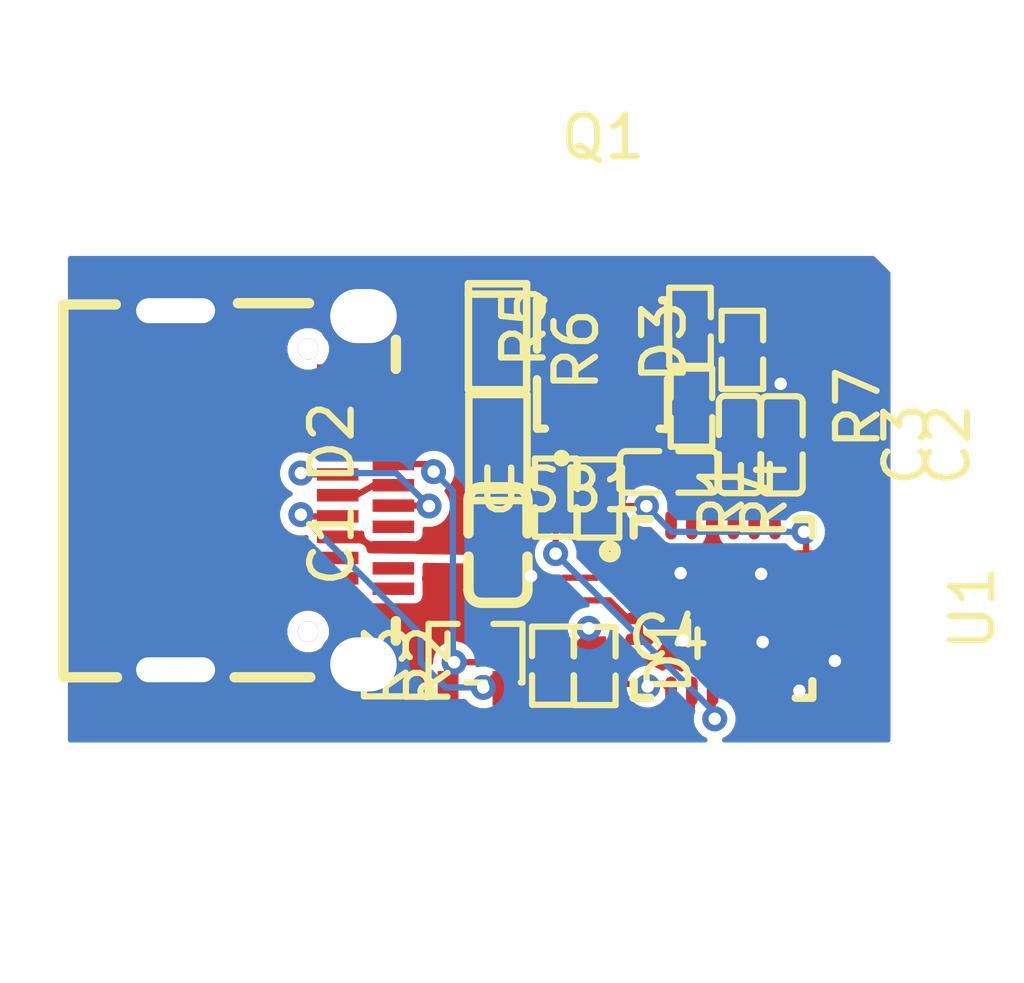
<source format=kicad_pcb>
(kicad_pcb (version 20241229) (generator "pcbnew") (generator_version "9.0")
  (layers (0 "F.Cu" signal) (2 "B.Cu" signal) (13 "F.Paste" user) (15 "B.Paste" user) (5 "F.SilkS" user "F.Silkscreen") (7 "B.SilkS" user "B.Silkscreen") (1 "F.Mask" user) (3 "B.Mask" user) (25 "Edge.Cuts" user))
  (net 0 "")
  (net 1 "B3")
  (net 2 "A10")
  (net 3 "SSTXN1")
  (net 4 "VBUS")
  (net 5 "ATTACH")
  (net 6 "pd_controller.pd_controller.footprint.pins[18].net-net")
  (net 7 "pd_controller-hv")
  (net 8 "ALERT")
  (net 9 "gate")
  (net 10 "VBUS_EN_SNK")
  (net 11 "gnd")
  (net 12 "DP1")
  (net 13 "SSRXN1")
  (net 14 "GPIO")
  (net 15 "POWER_OK3")
  (net 16 "SSRXP1")
  (net 17 "pd_controller-hv-1")
  (net 18 "A_B_SIDE")
  (net 19 "DISCH")
  (net 20 "A7")
  (net 21 "pd_controller-net")
  (net 22 "SSTXP1")
  (net 23 "POWER_OK2")
  (net 24 "B2")
  (net 25 "VBUS_VS_DISCH")
  (net 26 "drain")
  (net 27 "B8")
  (net 28 "SBU1")
  (net 29 "A11")
  (net 30 "line-2")
  (net 31 "line-1")
  (net 32 "line-3")
  (net 33 "hv")
  (net 34 "line")
  (footprint "atopile:QFN-24_L4.0-W4.0-P0.50-BL-EP2.8-2a85a7" (layer "F.Cu") (at 90.051506 74.33403 -90)
    (property "Reference" "U1" (hide yes))
    (property "Value" "")
    (fp_line (start -2.14 2.15) (end -2.14 1.75) (stroke (width 0.2)) (layer "F.SilkS"))
    (fp_line (start -1.74 2.15) (end -2.14 2.15) (stroke (width 0.2)) (layer "F.SilkS"))
    (fp_line (start 2.16 2.15) (end 1.76 2.15) (stroke (width 0.2)) (layer "F.SilkS"))
    (fp_line (start 2.16 1.75) (end 2.16 2.15) (stroke (width 0.2)) (layer "F.SilkS"))
    (fp_line (start -2.14 -1.75) (end -2.14 -2.15) (stroke (width 0.2)) (layer "F.SilkS"))
    (fp_line (start 2.16 -1.75) (end 2.16 -2.15) (stroke (width 0.2)) (layer "F.SilkS"))
    (fp_line (start -2.14 -2.15) (end -1.74 -2.15) (stroke (width 0.2)) (layer "F.SilkS"))
    (fp_line (start 2.16 -2.15) (end 1.76 -2.15) (stroke (width 0.2)) (layer "F.SilkS"))
    (fp_text user "${REFERENCE}" (at 0 -6 90) (layer "F.SilkS"))
    (pad "1" smd oval (at -1.25 2 90) (size 0.28 0.7) (layers "F.Cu" "F.Mask" "F.Paste") (net 32 "line-3"))
    (pad "2" smd oval (at -0.75 2 90) (size 0.28 0.7) (layers "F.Cu" "F.Mask" "F.Paste") (net 32 "line-3"))
    (pad "3" smd oval (at -0.25 2 90) (size 0.28 0.7) (layers "F.Cu" "F.Mask" "F.Paste") (net 6 "pd_controller.pd_controller.footprint.pins[18].net-net"))
    (pad "4" smd oval (at 0.25 2 90) (size 0.28 0.7) (layers "F.Cu" "F.Mask" "F.Paste") (net 30 "line-2"))
    (pad "5" smd oval (at 0.75 2 90) (size 0.28 0.7) (layers "F.Cu" "F.Mask" "F.Paste") (net 30 "line-2"))
    (pad "6" smd oval (at 1.25 2 90) (size 0.28 0.7) (layers "F.Cu" "F.Mask" "F.Paste") (net 11 "gnd"))
    (pad "7" smd oval (at 2 1.25) (size 0.28 0.7) (layers "F.Cu" "F.Mask" "F.Paste") (net 34 "line"))
    (pad "8" smd oval (at 2 0.75) (size 0.28 0.7) (layers "F.Cu" "F.Mask" "F.Paste") (net 31 "line-1"))
    (pad "9" smd oval (at 2 0.25) (size 0.28 0.7) (layers "F.Cu" "F.Mask" "F.Paste") (net 19 "DISCH"))
    (pad "10" smd oval (at 2 -0.25) (size 0.28 0.7) (layers "F.Cu" "F.Mask" "F.Paste") (net 11 "gnd"))
    (pad "11" smd oval (at 2 -0.75) (size 0.28 0.7) (layers "F.Cu" "F.Mask" "F.Paste") (net 5 "ATTACH"))
    (pad "12" smd oval (at 2 -1.25) (size 0.28 0.7) (layers "F.Cu" "F.Mask" "F.Paste") (net 11 "gnd"))
    (pad "13" smd oval (at 1.25 -2 90) (size 0.28 0.7) (layers "F.Cu" "F.Mask" "F.Paste") (net 11 "gnd"))
    (pad "14" smd oval (at 0.75 -2 90) (size 0.28 0.7) (layers "F.Cu" "F.Mask" "F.Paste") (net 15 "POWER_OK3"))
    (pad "15" smd oval (at 0.25 -2 90) (size 0.28 0.7) (layers "F.Cu" "F.Mask" "F.Paste") (net 14 "GPIO"))
    (pad "16" smd oval (at -0.25 -2 90) (size 0.28 0.7) (layers "F.Cu" "F.Mask" "F.Paste") (net 10 "VBUS_EN_SNK"))
    (pad "17" smd oval (at -0.75 -2 90) (size 0.28 0.7) (layers "F.Cu" "F.Mask" "F.Paste") (net 18 "A_B_SIDE"))
    (pad "18" smd oval (at -1.25 -2 90) (size 0.28 0.7) (layers "F.Cu" "F.Mask" "F.Paste") (net 25 "VBUS_VS_DISCH"))
    (pad "19" smd oval (at -2 -1.25) (size 0.28 0.7) (layers "F.Cu" "F.Mask" "F.Paste") (net 8 "ALERT"))
    (pad "20" smd oval (at -2 -0.75) (size 0.28 0.7) (layers "F.Cu" "F.Mask" "F.Paste") (net 23 "POWER_OK2"))
    (pad "21" smd oval (at -2 -0.25) (size 0.28 0.7) (layers "F.Cu" "F.Mask" "F.Paste") (net 7 "pd_controller-hv"))
    (pad "22" smd oval (at -2 0.25) (size 0.28 0.7) (layers "F.Cu" "F.Mask" "F.Paste") (net 11 "gnd"))
    (pad "23" smd oval (at -2 0.75) (size 0.28 0.7) (layers "F.Cu" "F.Mask" "F.Paste") (net 17 "pd_controller-hv-1"))
    (pad "24" smd oval (at -2 1.25) (size 0.28 0.7) (layers "F.Cu" "F.Mask" "F.Paste") (net 4 "VBUS"))
    (pad "25" smd rect (at 0.01 0) (size 2.8 2.8) (layers "F.Cu" "F.Mask" "F.Paste") (net 11 "gnd"))
  )
  (footprint "atopile:C0603-bd72f6" (layer "F.Cu") (at 84.636812 72.818761 90)
    (property "Reference" "C1" (hide yes))
    (property "Value" "4.7µF ±10% 35V X5R")
    (fp_line (start 0.28 -0.71) (end 1.08 -0.71) (stroke (width 0.25)) (layer "F.SilkS"))
    (fp_line (start -0.28 -0.71) (end -1.08 -0.71) (stroke (width 0.25)) (layer "F.SilkS"))
    (fp_line (start 1.39 -0.4) (end 1.39 0.4) (stroke (width 0.25)) (layer "F.SilkS"))
    (fp_line (start -1.39 0.4) (end -1.39 -0.4) (stroke (width 0.25)) (layer "F.SilkS"))
    (fp_line (start 0.28 0.71) (end 1.08 0.71) (stroke (width 0.25)) (layer "F.SilkS"))
    (fp_line (start -0.28 0.71) (end -1.08 0.71) (stroke (width 0.25)) (layer "F.SilkS"))
    (fp_arc (start 1.08 -0.71) (mid 1.299203 -0.619203) (end 1.39 -0.4) (stroke (width 0.25)) (layer "F.SilkS"))
    (fp_arc (start -1.39 -0.4) (mid -1.299203 -0.619203) (end -1.08 -0.71) (stroke (width 0.25)) (layer "F.SilkS"))
    (fp_arc (start 1.39 0.4) (mid 1.299203 0.619203) (end 1.08 0.71) (stroke (width 0.25)) (layer "F.SilkS"))
    (fp_arc (start -1.08 0.71) (mid -1.299203 0.619203) (end -1.39 0.4) (stroke (width 0.25)) (layer "F.SilkS"))
    (fp_text user "${REFERENCE}" (at 0 -4 90) (layer "F.SilkS"))
    (pad "1" smd rect (at -0.7 0 90) (size 0.8 0.9) (layers "F.Cu" "F.Mask" "F.Paste") (net 11 "gnd"))
    (pad "2" smd rect (at 0.7 0 90) (size 0.8 0.9) (layers "F.Cu" "F.Mask" "F.Paste") (net 4 "VBUS"))
  )
  (footprint "atopile:DFN1610-2_L1.6-W1.0-P1.05-RD-57a24e" (layer "F.Cu") (at 84.625658 67.931604 -90)
    (property "Reference" "D3" (hide yes))
    (property "Value" "")
    (fp_line (start -1.4 0.7) (end 1.15 0.7) (stroke (width 0.18)) (layer "F.SilkS"))
    (fp_line (start -1.4 -0.7) (end -1.4 0.7) (stroke (width 0.18)) (layer "F.SilkS"))
    (fp_line (start -1.4 -0.7) (end 1.15 -0.7) (stroke (width 0.18)) (layer "F.SilkS"))
    (fp_line (start -1.15 -0.7) (end -1.15 0.7) (stroke (width 0.18)) (layer "F.SilkS"))
    (fp_line (start 1.15 -0.7) (end 1.15 0.7) (stroke (width 0.18)) (layer "F.SilkS"))
    (fp_text user "${REFERENCE}" (at 0 -4 90) (layer "F.SilkS"))
    (pad "1" smd rect (at -0.52 0) (size 0.9 0.6) (layers "F.Cu" "F.Mask" "F.Paste") (net 26 "drain"))
    (pad "2" smd rect (at 0.52 0) (size 0.9 0.6) (layers "F.Cu" "F.Mask" "F.Paste") (net 11 "gnd"))
  )
  (footprint "atopile:USB-C-SMD_TYC-324G-a50b79" (layer "F.Cu") (at 79.5 71.5 -90)
    (property "Reference" "USB1" (at 0 -6.62 0) (layer "F.SilkS"))
    (property "Value" "")
    (fp_line (start -4.47 5.32) (end 4.48 5.32) (stroke (width 0.25)) (layer "F.SilkS"))
    (fp_line (start -4.47 5.32) (end -4.47 4.06) (stroke (width 0.25)) (layer "F.SilkS"))
    (fp_line (start 4.48 5.32) (end 4.5 5.29) (stroke (width 0.25)) (layer "F.SilkS"))
    (fp_line (start 4.5 5.29) (end 4.5 4.03) (stroke (width 0.25)) (layer "F.SilkS"))
    (fp_line (start -4.5 -0.59) (end -4.5 1.12) (stroke (width 0.25)) (layer "F.SilkS"))
    (fp_line (start 4.5 -0.62) (end 4.5 1.2) (stroke (width 0.25)) (layer "F.SilkS"))
    (fp_line (start -2.92 -2.68) (end -3.62 -2.68) (stroke (width 0.25)) (layer "F.SilkS"))
    (fp_line (start 3.15 -2.68) (end 3.62 -2.68) (stroke (width 0.25)) (layer "F.SilkS"))
    (fp_text user "${REFERENCE}" (at 0 -6.62 0) (layer "F.SilkS"))
    (pad "" thru_hole circle (at -3.4 -0.57 270) (size 0.5 0.5) (drill 0.5) (layers "*.Cu" "*.Mask"))
    (pad "" thru_hole circle (at 3.4 -0.57 270) (size 0.5 0.5) (drill 0.5) (layers "*.Cu" "*.Mask"))
    (pad "1" thru_hole oval (at -4.19 -1.9 270) (size 1.8 2.2) (drill oval 1.300023 1.600022) (layers "*.Cu" "*.Mask") (net 11 "gnd"))
    (pad "2" thru_hole oval (at -4.32 2.62) (size 2.4 1.2) (drill oval 1.899996 0.599999) (layers "*.Cu" "*.Mask") (net 11 "gnd"))
    (pad "3" thru_hole oval (at 4.32 2.62) (size 2.4 1.2) (drill oval 1.899996 0.599999) (layers "*.Cu" "*.Mask") (net 11 "gnd"))
    (pad "4" thru_hole oval (at 4.19 -1.9 270) (size 1.8 2.2) (drill oval 1.300023 1.600022) (layers "*.Cu" "*.Mask") (net 11 "gnd"))
    (pad "A1" smd rect (at -2.62 -2.62 270) (size 0.3 1) (layers "F.Cu" "F.Mask" "F.Paste") (net 11 "gnd"))
    (pad "A2" smd rect (at -2.12 -2.62 270) (size 0.3 1) (layers "F.Cu" "F.Mask" "F.Paste") (net 22 "SSTXP1"))
    (pad "A3" smd rect (at -1.62 -2.62 270) (size 0.3 1) (layers "F.Cu" "F.Mask" "F.Paste") (net 3 "SSTXN1"))
    (pad "A4" smd rect (at -1.12 -2.62 270) (size 0.3 1) (layers "F.Cu" "F.Mask" "F.Paste") (net 4 "VBUS"))
    (pad "A5" smd rect (at -0.63 -2.62 270) (size 0.3 1) (layers "F.Cu" "F.Mask" "F.Paste") (net 32 "line-3"))
    (pad "A6" smd rect (at -0.12 -2.62 270) (size 0.3 1) (layers "F.Cu" "F.Mask" "F.Paste") (net 12 "DP1"))
    (pad "A7" smd rect (at 0.37 -2.62 270) (size 0.3 1) (layers "F.Cu" "F.Mask" "F.Paste") (net 20 "A7"))
    (pad "A8" smd rect (at 0.88 -2.62 270) (size 0.3 1) (layers "F.Cu" "F.Mask" "F.Paste") (net 28 "SBU1"))
    (pad "A9" smd rect (at 1.37 -2.62 270) (size 0.3 1) (layers "F.Cu" "F.Mask" "F.Paste") (net 4 "VBUS"))
    (pad "A10" smd rect (at 1.88 -2.62 270) (size 0.3 1) (layers "F.Cu" "F.Mask" "F.Paste") (net 2 "A10"))
    (pad "A11" smd rect (at 2.37 -2.62 270) (size 0.3 1) (layers "F.Cu" "F.Mask" "F.Paste") (net 29 "A11"))
    (pad "A12" smd rect (at 2.88 -2.62 270) (size 0.3 1) (layers "F.Cu" "F.Mask" "F.Paste") (net 11 "gnd"))
    (pad "B1" smd rect (at 2.63 -1.28 270) (size 0.3 1) (layers "F.Cu" "F.Mask" "F.Paste") (net 11 "gnd"))
    (pad "B2" smd rect (at 2.12 -1.28 270) (size 0.3 1) (layers "F.Cu" "F.Mask" "F.Paste") (net 24 "B2"))
    (pad "B3" smd rect (at 1.63 -1.28 270) (size 0.3 1) (layers "F.Cu" "F.Mask" "F.Paste") (net 1 "B3"))
    (pad "B4" smd rect (at 1.12 -1.28 270) (size 0.3 1) (layers "F.Cu" "F.Mask" "F.Paste") (net 4 "VBUS"))
    (pad "B5" smd rect (at 0.63 -1.28 270) (size 0.3 1) (layers "F.Cu" "F.Mask" "F.Paste") (net 30 "line-2"))
    (pad "B6" smd rect (at 0.12 -1.28 270) (size 0.3 1) (layers "F.Cu" "F.Mask" "F.Paste") (net 12 "DP1"))
    (pad "B7" smd rect (at -0.38 -1.28 270) (size 0.3 1) (layers "F.Cu" "F.Mask" "F.Paste") (net 20 "A7"))
    (pad "B8" smd rect (at -0.88 -1.28 270) (size 0.3 1) (layers "F.Cu" "F.Mask" "F.Paste") (net 27 "B8"))
    (pad "B9" smd rect (at -1.37 -1.28 270) (size 0.3 1) (layers "F.Cu" "F.Mask" "F.Paste") (net 4 "VBUS"))
    (pad "B10" smd rect (at -1.88 -1.28 270) (size 0.3 1) (layers "F.Cu" "F.Mask" "F.Paste") (net 13 "SSRXN1"))
    (pad "B11" smd rect (at -2.37 -1.28 270) (size 0.3 1) (layers "F.Cu" "F.Mask" "F.Paste") (net 16 "SSRXP1"))
    (pad "B12" smd rect (at -2.88 -1.28 270) (size 0.3 1) (layers "F.Cu" "F.Mask" "F.Paste") (net 11 "gnd"))
  )
  (footprint "atopile:R0402-56259e" (layer "F.Cu") (at 90.51692 68.122257 90)
    (property "Reference" "R6" (hide yes))
    (property "Value" "22kΩ ±1% 62.5mW")
    (fp_line (start 0.94 -0.5) (end 0.23 -0.5) (stroke (width 0.15)) (layer "F.SilkS"))
    (fp_line (start -0.94 -0.5) (end -0.23 -0.5) (stroke (width 0.15)) (layer "F.SilkS"))
    (fp_line (start 0.94 0.5) (end 0.94 -0.5) (stroke (width 0.15)) (layer "F.SilkS"))
    (fp_line (start 0.23 0.5) (end 0.94 0.5) (stroke (width 0.15)) (layer "F.SilkS"))
    (fp_line (start -0.23 0.5) (end -0.94 0.5) (stroke (width 0.15)) (layer "F.SilkS"))
    (fp_line (start -0.94 0.5) (end -0.94 -0.5) (stroke (width 0.15)) (layer "F.SilkS"))
    (fp_text user "${REFERENCE}" (at 0 -4 90) (layer "F.SilkS"))
    (pad "1" smd rect (at -0.43 0 90) (size 0.57 0.54) (layers "F.Cu" "F.Mask" "F.Paste") (net 9 "gate"))
    (pad "2" smd rect (at 0.43 0 90) (size 0.57 0.54) (layers "F.Cu" "F.Mask" "F.Paste") (net 10 "VBUS_EN_SNK"))
  )
  (footprint "atopile:R0402-56259e" (layer "F.Cu") (at 86.026831 71.677883 -90)
    (property "Reference" "R1" (hide yes))
    (property "Value" "1kΩ ±1% 62.5mW")
    (fp_line (start -0.94 0.5) (end -0.94 -0.5) (stroke (width 0.15)) (layer "F.SilkS"))
    (fp_line (start -0.23 0.5) (end -0.94 0.5) (stroke (width 0.15)) (layer "F.SilkS"))
    (fp_line (start 0.23 0.5) (end 0.94 0.5) (stroke (width 0.15)) (layer "F.SilkS"))
    (fp_line (start 0.94 0.5) (end 0.94 -0.5) (stroke (width 0.15)) (layer "F.SilkS"))
    (fp_line (start -0.94 -0.5) (end -0.23 -0.5) (stroke (width 0.15)) (layer "F.SilkS"))
    (fp_line (start 0.94 -0.5) (end 0.23 -0.5) (stroke (width 0.15)) (layer "F.SilkS"))
    (fp_text user "${REFERENCE}" (at 0 -4 90) (layer "F.SilkS"))
    (pad "1" smd rect (at -0.43 0 270) (size 0.57 0.54) (layers "F.Cu" "F.Mask" "F.Paste") (net 4 "VBUS"))
    (pad "2" smd rect (at 0.43 0 270) (size 0.57 0.54) (layers "F.Cu" "F.Mask" "F.Paste") (net 19 "DISCH"))
  )
  (footprint "atopile:C0402-b3ef17" (layer "F.Cu") (at 88.747064 71.058898 180)
    (property "Reference" "C4" (hide yes))
    (property "Value" "100nF ±10% 16V X7R")
    (fp_line (start 1.17 0.35) (end 1.17 -0.35) (stroke (width 0.15)) (layer "F.SilkS"))
    (fp_line (start 1.02 -0.5) (end 0.23 -0.5) (stroke (width 0.15)) (layer "F.SilkS"))
    (fp_line (start 0.23 0.5) (end 1.02 0.5) (stroke (width 0.15)) (layer "F.SilkS"))
    (fp_line (start -0.23 0.5) (end -1.02 0.5) (stroke (width 0.15)) (layer "F.SilkS"))
    (fp_line (start -1.02 -0.5) (end -0.23 -0.5) (stroke (width 0.15)) (layer "F.SilkS"))
    (fp_line (start -1.17 0.35) (end -1.17 -0.35) (stroke (width 0.15)) (layer "F.SilkS"))
    (fp_arc (start 1.17 0.35) (mid 1.126066 0.456066) (end 1.02 0.5) (stroke (width 0.15)) (layer "F.SilkS"))
    (fp_arc (start 1.02 -0.5) (mid 1.126066 -0.456066) (end 1.17 -0.35) (stroke (width 0.15)) (layer "F.SilkS"))
    (fp_arc (start -1.02 0.5) (mid -1.126066 0.456066) (end -1.17 0.35) (stroke (width 0.15)) (layer "F.SilkS"))
    (fp_arc (start -1.17 -0.35) (mid -1.126066 -0.456066) (end -1.02 -0.5) (stroke (width 0.15)) (layer "F.SilkS"))
    (fp_text user "${REFERENCE}" (at 0 -4 0) (layer "F.SilkS"))
    (pad "1" smd rect (at -0.55 0 180) (size 0.79 0.54) (layers "F.Cu" "F.Mask" "F.Paste") (net 21 "pd_controller-net"))
    (pad "2" smd rect (at 0.55 0 180) (size 0.79 0.54) (layers "F.Cu" "F.Mask" "F.Paste") (net 4 "VBUS"))
  )
  (footprint "atopile:R0402-56259e" (layer "F.Cu") (at 86.966374 75.729105 90)
    (property "Reference" "R2" (hide yes))
    (property "Value" "4.7kΩ ±1% 62.5mW")
    (fp_line (start 0.94 -0.5) (end 0.23 -0.5) (stroke (width 0.15)) (layer "F.SilkS"))
    (fp_line (start -0.94 -0.5) (end -0.23 -0.5) (stroke (width 0.15)) (layer "F.SilkS"))
    (fp_line (start 0.94 0.5) (end 0.94 -0.5) (stroke (width 0.15)) (layer "F.SilkS"))
    (fp_line (start 0.23 0.5) (end 0.94 0.5) (stroke (width 0.15)) (layer "F.SilkS"))
    (fp_line (start -0.23 0.5) (end -0.94 0.5) (stroke (width 0.15)) (layer "F.SilkS"))
    (fp_line (start -0.94 0.5) (end -0.94 -0.5) (stroke (width 0.15)) (layer "F.SilkS"))
    (fp_text user "${REFERENCE}" (at 0 -4 90) (layer "F.SilkS"))
    (pad "1" smd rect (at -0.43 0 90) (size 0.57 0.54) (layers "F.Cu" "F.Mask" "F.Paste") (net 34 "line"))
    (pad "2" smd rect (at 0.43 0 90) (size 0.57 0.54) (layers "F.Cu" "F.Mask" "F.Paste") (net 33 "hv"))
  )
  (footprint "atopile:R0402-56259e" (layer "F.Cu") (at 87.056394 71.699743 -90)
    (property "Reference" "R4" (hide yes))
    (property "Value" "1kΩ ±1% 62.5mW")
    (fp_line (start -0.94 0.5) (end -0.94 -0.5) (stroke (width 0.15)) (layer "F.SilkS"))
    (fp_line (start -0.23 0.5) (end -0.94 0.5) (stroke (width 0.15)) (layer "F.SilkS"))
    (fp_line (start 0.23 0.5) (end 0.94 0.5) (stroke (width 0.15)) (layer "F.SilkS"))
    (fp_line (start 0.94 0.5) (end 0.94 -0.5) (stroke (width 0.15)) (layer "F.SilkS"))
    (fp_line (start -0.94 -0.5) (end -0.23 -0.5) (stroke (width 0.15)) (layer "F.SilkS"))
    (fp_line (start 0.94 -0.5) (end 0.23 -0.5) (stroke (width 0.15)) (layer "F.SilkS"))
    (fp_text user "${REFERENCE}" (at 0 -4 90) (layer "F.SilkS"))
    (pad "1" smd rect (at -0.43 0 270) (size 0.57 0.54) (layers "F.Cu" "F.Mask" "F.Paste") (net 4 "VBUS"))
    (pad "2" smd rect (at 0.43 0 270) (size 0.57 0.54) (layers "F.Cu" "F.Mask" "F.Paste") (net 25 "VBUS_VS_DISCH"))
  )
  (footprint "atopile:DFN1610-2_L1.6-W1.0-P1.05-RD-57a24e" (layer "F.Cu") (at 84.635643 70.348828 90)
    (property "Reference" "D2" (hide yes))
    (property "Value" "")
    (fp_line (start 1.15 -0.7) (end 1.15 0.7) (stroke (width 0.18)) (layer "F.SilkS"))
    (fp_line (start -1.15 -0.7) (end -1.15 0.7) (stroke (width 0.18)) (layer "F.SilkS"))
    (fp_line (start -1.4 -0.7) (end 1.15 -0.7) (stroke (width 0.18)) (layer "F.SilkS"))
    (fp_line (start -1.4 -0.7) (end -1.4 0.7) (stroke (width 0.18)) (layer "F.SilkS"))
    (fp_line (start -1.4 0.7) (end 1.15 0.7) (stroke (width 0.18)) (layer "F.SilkS"))
    (fp_text user "${REFERENCE}" (at 0 -4 90) (layer "F.SilkS"))
    (pad "1" smd rect (at -0.52 0 180) (size 0.9 0.6) (layers "F.Cu" "F.Mask" "F.Paste") (net 4 "VBUS"))
    (pad "2" smd rect (at 0.52 0 180) (size 0.9 0.6) (layers "F.Cu" "F.Mask" "F.Paste") (net 11 "gnd"))
  )
  (footprint "atopile:C0402-b3ef17" (layer "F.Cu") (at 91.467675 70.408275 -90)
    (property "Reference" "C2" (hide yes))
    (property "Value" "1µF ±10% 25V X5R")
    (fp_line (start -0.23 0.5) (end -1.02 0.5) (stroke (width 0.15)) (layer "F.SilkS"))
    (fp_line (start 0.23 0.5) (end 1.02 0.5) (stroke (width 0.15)) (layer "F.SilkS"))
    (fp_line (start -1.17 0.35) (end -1.17 -0.35) (stroke (width 0.15)) (layer "F.SilkS"))
    (fp_line (start 1.17 0.35) (end 1.17 -0.35) (stroke (width 0.15)) (layer "F.SilkS"))
    (fp_line (start -1.02 -0.5) (end -0.23 -0.5) (stroke (width 0.15)) (layer "F.SilkS"))
    (fp_line (start 1.02 -0.5) (end 0.23 -0.5) (stroke (width 0.15)) (layer "F.SilkS"))
    (fp_arc (start -1.02 0.5) (mid -1.126066 0.456066) (end -1.17 0.35) (stroke (width 0.15)) (layer "F.SilkS"))
    (fp_arc (start 1.17 0.35) (mid 1.126066 0.456066) (end 1.02 0.5) (stroke (width 0.15)) (layer "F.SilkS"))
    (fp_arc (start -1.17 -0.35) (mid -1.126066 -0.456066) (end -1.02 -0.5) (stroke (width 0.15)) (layer "F.SilkS"))
    (fp_arc (start 1.02 -0.5) (mid 1.126066 -0.456066) (end 1.17 -0.35) (stroke (width 0.15)) (layer "F.SilkS"))
    (fp_text user "${REFERENCE}" (at 0 -4 90) (layer "F.SilkS"))
    (pad "1" smd rect (at -0.55 0 270) (size 0.79 0.54) (layers "F.Cu" "F.Mask" "F.Paste") (net 11 "gnd"))
    (pad "2" smd rect (at 0.55 0 270) (size 0.79 0.54) (layers "F.Cu" "F.Mask" "F.Paste") (net 7 "pd_controller-hv"))
  )
  (footprint "atopile:SOT-323-3_L2.1-W1.3-P1.32-LS2.1-BR-ee9edb" (layer "F.Cu") (at 84.096078 75.425976 -90)
    (property "Reference" "D1" (hide yes))
    (property "Value" "")
    (fp_line (start -0.71 1.13) (end -0.71 0.43) (stroke (width 0.15)) (layer "F.SilkS"))
    (fp_line (start 0.7 1.13) (end -0.71 1.13) (stroke (width 0.15)) (layer "F.SilkS"))
    (fp_line (start 0.7 1.09) (end 0.7 1.13) (stroke (width 0.15)) (layer "F.SilkS"))
    (fp_line (start 0.7 -0.23) (end 0.7 0.23) (stroke (width 0.15)) (layer "F.SilkS"))
    (fp_line (start -0.71 -0.43) (end -0.71 -0.9) (stroke (width 0.15)) (layer "F.SilkS"))
    (fp_line (start -0.71 -1.13) (end -0.71 -0.9) (stroke (width 0.15)) (layer "F.SilkS"))
    (fp_line (start 0.7 -1.13) (end 0.7 -1.09) (stroke (width 0.15)) (layer "F.SilkS"))
    (fp_line (start 0.7 -1.13) (end -0.71 -1.13) (stroke (width 0.15)) (layer "F.SilkS"))
    (fp_circle (center 0.91 1.18) (end 0.98 1.18) (stroke (width 0.15)) (fill no) (layer "F.SilkS"))
    (fp_text user "${REFERENCE}" (at 0 -4.66 90) (layer "F.SilkS"))
    (pad "1" smd rect (at 0.84 0.66) (size 0.5 0.83) (layers "F.Cu" "F.Mask" "F.Paste") (net 32 "line-3"))
    (pad "2" smd rect (at 0.84 -0.66) (size 0.5 0.83) (layers "F.Cu" "F.Mask" "F.Paste") (net 30 "line-2"))
    (pad "3" smd rect (at -0.84 0) (size 0.5 0.83) (layers "F.Cu" "F.Mask" "F.Paste") (net 11 "gnd"))
  )
  (footprint "atopile:R0402-56259e" (layer "F.Cu") (at 89.291131 69.511931 -90)
    (property "Reference" "R7" (hide yes))
    (property "Value" "100Ω ±1% 62.5mW")
    (fp_line (start -0.94 0.5) (end -0.94 -0.5) (stroke (width 0.15)) (layer "F.SilkS"))
    (fp_line (start -0.23 0.5) (end -0.94 0.5) (stroke (width 0.15)) (layer "F.SilkS"))
    (fp_line (start 0.23 0.5) (end 0.94 0.5) (stroke (width 0.15)) (layer "F.SilkS"))
    (fp_line (start 0.94 0.5) (end 0.94 -0.5) (stroke (width 0.15)) (layer "F.SilkS"))
    (fp_line (start -0.94 -0.5) (end -0.23 -0.5) (stroke (width 0.15)) (layer "F.SilkS"))
    (fp_line (start 0.94 -0.5) (end 0.23 -0.5) (stroke (width 0.15)) (layer "F.SilkS"))
    (fp_text user "${REFERENCE}" (at 0 -4 90) (layer "F.SilkS"))
    (pad "1" smd rect (at -0.43 0 270) (size 0.57 0.54) (layers "F.Cu" "F.Mask" "F.Paste") (net 9 "gate"))
    (pad "2" smd rect (at 0.43 0 270) (size 0.57 0.54) (layers "F.Cu" "F.Mask" "F.Paste") (net 21 "pd_controller-net"))
  )
  (footprint "atopile:PDFN3333-8_L3.1-W3.2-P0.65-LS3.4-BL-33e04e" (layer "F.Cu") (at 87.166468 68.538329)
    (property "Reference" "Q1" (hide yes))
    (property "Value" "")
    (fp_line (start -1.59 -1.61) (end -1.44 -1.61) (stroke (width 0.2)) (layer "F.SilkS"))
    (fp_line (start -1.59 -0.42) (end -1.59 -1.61) (stroke (width 0.2)) (layer "F.SilkS"))
    (fp_line (start -1.59 1.48) (end -1.59 0.29) (stroke (width 0.2)) (layer "F.SilkS"))
    (fp_line (start -1.59 1.48) (end -1.4 1.48) (stroke (width 0.2)) (layer "F.SilkS"))
    (fp_line (start 1.36 1.48) (end 1.56 1.49) (stroke (width 0.2)) (layer "F.SilkS"))
    (fp_line (start 1.42 -1.61) (end 1.56 -1.61) (stroke (width 0.2)) (layer "F.SilkS"))
    (fp_line (start 1.56 -1.61) (end 1.56 -0.42) (stroke (width 0.2)) (layer "F.SilkS"))
    (fp_line (start 1.56 0.29) (end 1.56 1.49) (stroke (width 0.2)) (layer "F.SilkS"))
    (fp_circle (center -1 2.19) (end -0.9 2.19) (stroke (width 0.2)) (fill no) (layer "F.SilkS"))
    (fp_text user "${REFERENCE}" (at 0 -5.53 0) (layer "F.SilkS"))
    (pad "1" smd rect (at -0.98 1.53 180) (size 0.4 0.75) (layers "F.Cu" "F.Mask" "F.Paste") (net 4 "VBUS"))
    (pad "2" smd rect (at -0.32 1.53 180) (size 0.4 0.75) (layers "F.Cu" "F.Mask" "F.Paste") (net 4 "VBUS"))
    (pad "3" smd rect (at 0.33 1.53 180) (size 0.4 0.75) (layers "F.Cu" "F.Mask" "F.Paste") (net 4 "VBUS"))
    (pad "4" smd rect (at 0.98 1.53 180) (size 0.4 0.75) (layers "F.Cu" "F.Mask" "F.Paste") (net 9 "gate"))
    (pad "5" smd rect (at 0.98 -1.53 180) (size 0.4 0.8) (layers "F.Cu" "F.Mask" "F.Paste") (net 26 "drain"))
    (pad "6" smd rect (at 0.33 -1.53 180) (size 0.4 0.8) (layers "F.Cu" "F.Mask" "F.Paste") (net 26 "drain"))
    (pad "7" smd rect (at -0.32 -1.53 180) (size 0.4 0.8) (layers "F.Cu" "F.Mask" "F.Paste") (net 26 "drain"))
    (pad "8" smd rect (at -0.98 -1.53 180) (size 0.4 0.8) (layers "F.Cu" "F.Mask" "F.Paste") (net 26 "drain"))
    (pad "9" smd rect (at 0 -0.33) (size 2.6 2) (layers "F.Cu" "F.Mask" "F.Paste") (net 26 "drain"))
  )
  (footprint "atopile:R0402-56259e" (layer "F.Cu") (at 89.256738 67.567864 90)
    (property "Reference" "R5" (hide yes))
    (property "Value" "100kΩ ±1% 62.5mW")
    (fp_line (start 0.94 -0.5) (end 0.23 -0.5) (stroke (width 0.15)) (layer "F.SilkS"))
    (fp_line (start -0.94 -0.5) (end -0.23 -0.5) (stroke (width 0.15)) (layer "F.SilkS"))
    (fp_line (start 0.94 0.5) (end 0.94 -0.5) (stroke (width 0.15)) (layer "F.SilkS"))
    (fp_line (start 0.23 0.5) (end 0.94 0.5) (stroke (width 0.15)) (layer "F.SilkS"))
    (fp_line (start -0.23 0.5) (end -0.94 0.5) (stroke (width 0.15)) (layer "F.SilkS"))
    (fp_line (start -0.94 0.5) (end -0.94 -0.5) (stroke (width 0.15)) (layer "F.SilkS"))
    (fp_text user "${REFERENCE}" (at 0 -4 90) (layer "F.SilkS"))
    (pad "1" smd rect (at -0.43 0 90) (size 0.57 0.54) (layers "F.Cu" "F.Mask" "F.Paste") (net 9 "gate"))
    (pad "2" smd rect (at 0.43 0 90) (size 0.57 0.54) (layers "F.Cu" "F.Mask" "F.Paste") (net 26 "drain"))
  )
  (footprint "atopile:R0402-56259e" (layer "F.Cu") (at 85.957017 75.721121 90)
    (property "Reference" "R3" (hide yes))
    (property "Value" "4.7kΩ ±1% 62.5mW")
    (fp_line (start 0.94 -0.5) (end 0.23 -0.5) (stroke (width 0.15)) (layer "F.SilkS"))
    (fp_line (start -0.94 -0.5) (end -0.23 -0.5) (stroke (width 0.15)) (layer "F.SilkS"))
    (fp_line (start 0.94 0.5) (end 0.94 -0.5) (stroke (width 0.15)) (layer "F.SilkS"))
    (fp_line (start 0.23 0.5) (end 0.94 0.5) (stroke (width 0.15)) (layer "F.SilkS"))
    (fp_line (start -0.23 0.5) (end -0.94 0.5) (stroke (width 0.15)) (layer "F.SilkS"))
    (fp_line (start -0.94 0.5) (end -0.94 -0.5) (stroke (width 0.15)) (layer "F.SilkS"))
    (fp_text user "${REFERENCE}" (at 0 -4 90) (layer "F.SilkS"))
    (pad "1" smd rect (at -0.43 0 90) (size 0.57 0.54) (layers "F.Cu" "F.Mask" "F.Paste") (net 31 "line-1"))
    (pad "2" smd rect (at 0.43 0 90) (size 0.57 0.54) (layers "F.Cu" "F.Mask" "F.Paste") (net 33 "hv"))
  )
  (footprint "atopile:C0402-b3ef17" (layer "F.Cu") (at 90.451917 70.400226 -90)
    (property "Reference" "C3" (hide yes))
    (property "Value" "1µF ±10% 25V X5R")
    (fp_line (start -0.23 0.5) (end -1.02 0.5) (stroke (width 0.15)) (layer "F.SilkS"))
    (fp_line (start 0.23 0.5) (end 1.02 0.5) (stroke (width 0.15)) (layer "F.SilkS"))
    (fp_line (start -1.17 0.35) (end -1.17 -0.35) (stroke (width 0.15)) (layer "F.SilkS"))
    (fp_line (start 1.17 0.35) (end 1.17 -0.35) (stroke (width 0.15)) (layer "F.SilkS"))
    (fp_line (start -1.02 -0.5) (end -0.23 -0.5) (stroke (width 0.15)) (layer "F.SilkS"))
    (fp_line (start 1.02 -0.5) (end 0.23 -0.5) (stroke (width 0.15)) (layer "F.SilkS"))
    (fp_arc (start -1.02 0.5) (mid -1.126066 0.456066) (end -1.17 0.35) (stroke (width 0.15)) (layer "F.SilkS"))
    (fp_arc (start 1.17 0.35) (mid 1.126066 0.456066) (end 1.02 0.5) (stroke (width 0.15)) (layer "F.SilkS"))
    (fp_arc (start -1.17 -0.35) (mid -1.126066 -0.456066) (end -1.02 -0.5) (stroke (width 0.15)) (layer "F.SilkS"))
    (fp_arc (start 1.02 -0.5) (mid 1.126066 -0.456066) (end 1.17 -0.35) (stroke (width 0.15)) (layer "F.SilkS"))
    (fp_text user "${REFERENCE}" (at 0 -4 90) (layer "F.SilkS"))
    (pad "1" smd rect (at -0.55 0 270) (size 0.79 0.54) (layers "F.Cu" "F.Mask" "F.Paste") (net 11 "gnd"))
    (pad "2" smd rect (at 0.55 0 270) (size 0.79 0.54) (layers "F.Cu" "F.Mask" "F.Paste") (net 17 "pd_controller-hv-1"))
  )
  (gr_line (start 81.13109 72.56934) (end 81.737308 72.91934) (stroke (width 0.15)) (layer "F.Cu") (net 4))
  (gr_line (start 81.149325 70.073996) (end 81.755543 70.423996) (stroke (width 0.15)) (layer "F.Cu") (net 4))
  (gr_line (start 81.19909 71.639138) (end 81.746707 71.322971) (stroke (width 0.15)) (layer "F.Cu") (net 12))
  (gr_circle (center 87.32819 72.97181) (end 87.469611 72.97181) (stroke (width 0.25)) (fill no) (layer "F.SilkS"))
  (segment (start 85.647776 70.868828) (end 86.026831 71.247883) (width 0.2) (layer "F.Cu") (net 4))
  (segment (start 84.635643 70.868828) (end 84.635643 72.117592) (width 0.2) (layer "F.Cu") (net 4))
  (segment (start 88.801506 71.66334) (end 88.197064 71.058898) (width 0.15) (layer "F.Cu") (net 4))
  (segment (start 82.12 72.87) (end 81.786648 72.87) (width 0.15) (layer "F.Cu") (net 4))
  (segment (start 88.801506 72.33403) (end 88.801506 71.66334) (width 0.15) (layer "F.Cu") (net 4))
  (segment (start 86.186468 70.068329) (end 86.186468 71.088246) (width 0.2) (layer "F.Cu") (net 4))
  (segment (start 86.186468 71.088246) (end 86.026831 71.247883) (width 0.2) (layer "F.Cu") (net 4))
  (segment (start 80.83066 72.56934) (end 80.78 72.62) (width 0.15) (layer "F.Cu") (net 4))
  (segment (start 84.635643 70.868828) (end 85.647776 70.868828) (width 0.2) (layer "F.Cu") (net 4))
  (segment (start 86.084264 71.19045) (end 86.026831 71.247883) (width 0.2) (layer "F.Cu") (net 4))
  (segment (start 84.635643 72.117592) (end 84.636812 72.118761) (width 0.2) (layer "F.Cu") (net 4))
  (segment (start 81.13109 72.56934) (end 80.83066 72.56934) (width 0.15) (layer "F.Cu") (net 4))
  (segment (start 81.786648 72.87) (end 81.737308 72.91934) (width 0.15) (layer "F.Cu") (net 4))
  (segment (start 87.496468 70.068329) (end 86.186468 70.068329) (width 0.2) (layer "F.Cu") (net 4))
  (segment (start 88.233157 71.19045) (end 86.084264 71.19045) (width 0.2) (layer "F.Cu") (net 4))
  (segment (start 90.426506 71.70903) (end 90.301506 71.83403) (width 0.15) (layer "F.Cu") (net 7))
  (segment (start 91.467675 70.958275) (end 91.467675 71.083275) (width 0.15) (layer "F.Cu") (net 7))
  (segment (start 91.467675 71.083275) (end 90.84192 71.70903) (width 0.15) (layer "F.Cu") (net 7))
  (segment (start 90.301506 71.83403) (end 90.301506 72.33403) (width 0.15) (layer "F.Cu") (net 7))
  (segment (start 90.84192 71.70903) (end 90.426506 71.70903) (width 0.15) (layer "F.Cu") (net 7))
  (segment (start 88.746131 69.538845) (end 89.203045 69.081931) (width 0.15) (layer "F.Cu") (net 9))
  (segment (start 89.256738 67.997864) (end 89.256738 69.047538) (width 0.15) (layer "F.Cu") (net 9))
  (segment (start 89.820805 68.552257) (end 89.291131 69.081931) (width 0.15) (layer "F.Cu") (net 9))
  (segment (start 88.146468 70.068329) (end 88.581671 70.068329) (width 0.15) (layer "F.Cu") (net 9))
  (segment (start 89.203045 69.081931) (end 89.291131 69.081931) (width 0.15) (layer "F.Cu") (net 9))
  (segment (start 88.746131 69.903869) (end 88.746131 69.538845) (width 0.15) (layer "F.Cu") (net 9))
  (segment (start 89.256738 69.047538) (end 89.291131 69.081931) (width 0.15) (layer "F.Cu") (net 9))
  (segment (start 90.51692 68.552257) (end 89.820805 68.552257) (width 0.15) (layer "F.Cu") (net 9))
  (segment (start 88.581671 70.068329) (end 88.746131 69.903869) (width 0.15) (layer "F.Cu") (net 9))
  (segment (start 91.312257 67.992257) (end 91.06192 67.992257) (width 0.15) (layer "F.Cu") (net 10))
  (segment (start 92.051506 74.08403) (end 92.551506 74.08403) (width 0.15) (layer "F.Cu") (net 10))
  (segment (start 92.676506 72.176506) (end 92.012675 71.512675) (width 0.15) (layer "F.Cu") (net 10))
  (segment (start 92.012675 71.512675) (end 92.012675 68.692675) (width 0.15) (layer "F.Cu") (net 10))
  (segment (start 92.012675 68.692675) (end 91.312257 67.992257) (width 0.15) (layer "F.Cu") (net 10))
  (segment (start 90.76192 67.692257) (end 90.51692 67.692257) (width 0.15) (layer "F.Cu") (net 10))
  (segment (start 91.06192 67.992257) (end 90.76192 67.692257) (width 0.15) (layer "F.Cu") (net 10))
  (segment (start 92.551506 74.08403) (end 92.676506 73.95903) (width 0.15) (layer "F.Cu") (net 10))
  (segment (start 92.676506 73.95903) (end 92.676506 72.176506) (width 0.15) (layer "F.Cu") (net 10))
  (segment (start 92.051506 75.58403) (end 91.291506 75.58403) (width 0.15) (layer "F.Cu") (net 11))
  (segment (start 91.301506 75.59403) (end 90.051506 74.34403) (width 0.15) (layer "F.Cu") (net 11))
  (segment (start 91.459626 69.850226) (end 91.467675 69.858275) (width 0.2) (layer "F.Cu") (net 11))
  (segment (start 92.721059 75.58403) (end 92.74304 75.606011) (width 0.15) (layer "F.Cu") (net 11))
  (segment (start 91.878552 76.33403) (end 91.887831 76.324751) (width 0.15) (layer "F.Cu") (net 11))
  (segment (start 91.291506 75.58403) (end 90.051506 74.34403) (width 0.15) (layer "F.Cu") (net 11))
  (segment (start 92.051506 75.58403) (end 92.721059 75.58403) (width 0.15) (layer "F.Cu") (net 11))
  (segment (start 89.801506 72.33403) (end 89.801506 74.09403) (width 0.15) (layer "F.Cu") (net 11))
  (segment (start 89.801506 74.09403) (end 90.051506 74.34403) (width 0.15) (layer "F.Cu") (net 11))
  (segment (start 91.301506 76.33403) (end 91.301506 75.59403) (width 0.15) (layer "F.Cu") (net 11))
  (segment (start 90.301506 76.635932) (end 90.301506 76.33403) (width 0.15) (layer "F.Cu") (net 11))
  (segment (start 88.811506 75.58403) (end 90.051506 74.34403) (width 0.15) (layer "F.Cu") (net 11))
  (segment (start 90.451917 69.850226) (end 91.459626 69.850226) (width 0.2) (layer "F.Cu") (net 11))
  (segment (start 91.301506 76.33403) (end 91.878552 76.33403) (width 0.15) (layer "F.Cu") (net 11))
  (segment (start 84.636812 73.518761) (end 85.387387 73.518761) (width 0.15) (layer "F.Cu") (net 11))
  (segment (start 88.051506 75.58403) (end 88.811506 75.58403) (width 0.15) (layer "F.Cu") (net 11))
  (segment (start 91.467675 68.97) (end 91.437675 68.94) (width 0.2) (layer "F.Cu") (net 11))
  (segment (start 90.301506 76.33403) (end 90.301506 74.59403) (width 0.15) (layer "F.Cu") (net 11))
  (segment (start 91.467675 69.858275) (end 91.467675 68.97) (width 0.2) (layer "F.Cu") (net 11))
  (segment (start 85.387387 73.518761) (end 85.434313 73.565687) (width 0.15) (layer "F.Cu") (net 11))
  (segment (start 90.301506 74.59403) (end 90.051506 74.34403) (width 0.15) (layer "F.Cu") (net 11))
  (via (at 92.74304 75.606011) (size 0.6) (drill 0.3) (layers "F.Cu" "B.Cu") (net 11))
  (via (at 91.005328 75.151113) (size 0.6) (drill 0.3) (layers "F.Cu" "B.Cu") (net 11))
  (via (at 89.085656 75.114721) (size 0.6) (drill 0.3) (layers "F.Cu" "B.Cu") (net 11))
  (via (at 91.887831 76.324751) (size 0.6) (drill 0.3) (layers "F.Cu" "B.Cu") (net 11))
  (via (at 85.434313 73.565687) (size 0.6) (drill 0.3) (layers "F.Cu" "B.Cu") (net 11))
  (via (at 91.437675 68.94) (size 0.6) (drill 0.3) (layers "F.Cu" "B.Cu") (net 11))
  (via (at 90.968936 73.513478) (size 0.6) (drill 0.3) (layers "F.Cu" "B.Cu") (net 11))
  (via (at 89.031068 73.495282) (size 0.6) (drill 0.3) (layers "F.Cu" "B.Cu") (net 11))
  (segment (start 80.799138 71.639138) (end 80.78 71.62) (width 0.15) (layer "F.Cu") (net 12))
  (segment (start 81.746707 71.322971) (end 82.062971 71.322971) (width 0.15) (layer "F.Cu") (net 12))
  (segment (start 81.19909 71.639138) (end 80.799138 71.639138) (width 0.15) (layer "F.Cu") (net 12))
  (segment (start 82.062971 71.322971) (end 82.12 71.38) (width 0.15) (layer "F.Cu") (net 12))
  (segment (start 89.426506 71.70903) (end 89.301506 71.83403) (width 0.15) (layer "F.Cu") (net 17))
  (segment (start 89.301506 71.83403) (end 89.301506 72.33403) (width 0.15) (layer "F.Cu") (net 17))
  (segment (start 89.818113 71.70903) (end 89.426506 71.70903) (width 0.15) (layer "F.Cu") (net 17))
  (segment (start 90.451917 71.075226) (end 89.818113 71.70903) (width 0.15) (layer "F.Cu") (net 17))
  (segment (start 90.451917 70.950226) (end 90.451917 71.075226) (width 0.15) (layer "F.Cu") (net 17))
  (segment (start 86.026831 73.021754) (end 86.026831 72.107883) (width 0.15) (layer "F.Cu") (net 19))
  (segment (start 89.801506 76.949105) (end 89.801506 76.33403) (width 0.15) (layer "F.Cu") (net 19))
  (segment (start 86.023771 73.024814) (end 86.026831 73.021754) (width 0.15) (layer "F.Cu") (net 19))
  (segment (start 89.852117 76.999716) (end 89.801506 76.949105) (width 0.15) (layer "F.Cu") (net 19))
  (via (at 86.023771 73.024814) (size 0.6) (drill 0.3) (layers "F.Cu" "B.Cu") (net 19))
  (via (at 89.852117 76.999716) (size 0.6) (drill 0.3) (layers "F.Cu" "B.Cu") (net 19))
  (segment (start 86.024814 73.024814) (end 89.852117 76.852117) (width 0.15) (layer "B.Cu") (net 19))
  (segment (start 86.023771 73.024814) (end 86.024814 73.024814) (width 0.15) (layer "B.Cu") (net 19))
  (segment (start 89.852117 76.852117) (end 89.852117 76.999716) (width 0.15) (layer "B.Cu") (net 19))
  (segment (start 82.12 71.87) (end 82.967078 71.87) (width 0.15) (layer "F.Cu") (net 20))
  (segment (start 82.967078 71.87) (end 82.977076 71.879998) (width 0.15) (layer "F.Cu") (net 20))
  (segment (start 80.78 71.12) (end 79.926265 71.12) (width 0.15) (layer "F.Cu") (net 20))
  (segment (start 79.926265 71.12) (end 79.893636 71.087371) (width 0.15) (layer "F.Cu") (net 20))
  (via (at 82.977076 71.879998) (size 0.6) (drill 0.3) (layers "F.Cu" "B.Cu") (net 20))
  (via (at 79.893636 71.087371) (size 0.6) (drill 0.3) (layers "F.Cu" "B.Cu") (net 20))
  (segment (start 79.893636 71.087371) (end 82.184449 71.087371) (width 0.15) (layer "B.Cu") (net 20))
  (segment (start 82.184449 71.087371) (end 82.977076 71.879998) (width 0.15) (layer "B.Cu") (net 20))
  (segment (start 89.291131 69.941931) (end 89.291131 71.052965) (width 0.15) (layer "F.Cu") (net 21))
  (segment (start 89.291131 71.052965) (end 89.297064 71.058898) (width 0.15) (layer "F.Cu") (net 21))
  (segment (start 88.207586 71.882594) (end 87.303543 71.882594) (width 0.15) (layer "F.Cu") (net 25))
  (segment (start 87.303543 71.882594) (end 87.056394 72.129743) (width 0.15) (layer "F.Cu") (net 25))
  (segment (start 92.051506 73.08403) (end 92.051506 72.551506) (width 0.15) (layer "F.Cu") (net 25))
  (segment (start 92.051506 72.551506) (end 92 72.5) (width 0.15) (layer "F.Cu") (net 25))
  (via (at 88.207586 71.882594) (size 0.6) (drill 0.3) (layers "F.Cu" "B.Cu") (net 25))
  (via (at 92 72.5) (size 0.6) (drill 0.3) (layers "F.Cu" "B.Cu") (net 25))
  (segment (start 88.207586 71.882594) (end 88.824992 72.5) (width 0.15) (layer "B.Cu") (net 25))
  (segment (start 88.824992 72.5) (end 92 72.5) (width 0.15) (layer "B.Cu") (net 25))
  (segment (start 80.78 72.13) (end 79.936265 72.13) (width 0.15) (layer "F.Cu") (net 30))
  (segment (start 87.754607 74.58403) (end 88.051506 74.58403) (width 0.15) (layer "F.Cu") (net 30))
  (segment (start 87.320577 74.15) (end 87.754607 74.58403) (width 0.15) (layer "F.Cu") (net 30))
  (segment (start 85.144975 75.382493) (end 85.144975 74.85) (width 0.15) (layer "F.Cu") (net 30))
  (segment (start 86.158148 74.15) (end 87.320577 74.15) (width 0.15) (layer "F.Cu") (net 30))
  (segment (start 88.051506 74.58403) (end 88.051506 75.08403) (width 0.15) (layer "F.Cu") (net 30))
  (segment (start 79.936265 72.13) (end 79.893636 72.087371) (width 0.15) (layer "F.Cu") (net 30))
  (segment (start 84.282323 76.245145) (end 85.144975 75.382493) (width 0.15) (layer "F.Cu") (net 30))
  (segment (start 85.817461 74.490687) (end 86.158148 74.15) (width 0.15) (layer "F.Cu") (net 30))
  (segment (start 85.144975 74.85) (end 85.504288 74.490687) (width 0.15) (layer "F.Cu") (net 30))
  (segment (start 85.504288 74.490687) (end 85.817461 74.490687) (width 0.15) (layer "F.Cu") (net 30))
  (via (at 79.893636 72.087371) (size 0.6) (drill 0.3) (layers "F.Cu" "B.Cu") (net 30))
  (via (at 84.282323 76.245145) (size 0.6) (drill 0.3) (layers "F.Cu" "B.Cu") (net 30))
  (segment (start 82.775 74.968735) (end 79.893636 72.087371) (width 0.15) (layer "B.Cu") (net 30))
  (segment (start 83.375145 76.245145) (end 82.775 75.645) (width 0.15) (layer "B.Cu") (net 30))
  (segment (start 82.775 75.645) (end 82.775 74.968735) (width 0.15) (layer "B.Cu") (net 30))
  (segment (start 84.282323 76.245145) (end 83.375145 76.245145) (width 0.15) (layer "B.Cu") (net 30))
  (segment (start 87.780562 77) (end 87.499667 76.719105) (width 0.15) (layer "F.Cu") (net 31))
  (segment (start 87.499667 76.719105) (end 86.525001 76.719105) (width 0.15) (layer "F.Cu") (net 31))
  (segment (start 89.135536 77) (end 87.780562 77) (width 0.15) (layer "F.Cu") (net 31))
  (segment (start 89.301506 76.33403) (end 89.301506 76.83403) (width 0.15) (layer "F.Cu") (net 31))
  (segment (start 89.301506 76.83403) (end 89.135536 77) (width 0.15) (layer "F.Cu") (net 31))
  (segment (start 86.525001 76.719105) (end 85.957017 76.151121) (width 0.15) (layer "F.Cu") (net 31))
  (segment (start 83.581547 75.638374) (end 83.436078 75.783843) (width 0.2) (layer "F.Cu") (net 32))
  (segment (start 82.967074 70.87) (end 82.12 70.87) (width 0.15) (layer "F.Cu") (net 32))
  (segment (start 84.293476 75.575976) (end 84.231078 75.638374) (width 0.15) (layer "F.Cu") (net 32))
  (segment (start 83.28528 76.040181) (end 83.28528 76.235181) (width 0.15) (layer "F.Cu") (net 32))
  (segment (start 83.436078 75.783843) (end 83.436078 76.265976) (width 0.2) (layer "F.Cu") (net 32))
  (segment (start 82.977074 70.88) (end 82.967074 70.87) (width 0.15) (layer "F.Cu") (net 32))
  (segment (start 83.087484 70.99041) (end 82.967074 70.87) (width 0.15) (layer "F.Cu") (net 32))
  (segment (start 88.051506 73.58403) (end 87.029143 73.58403) (width 0.15) (layer "F.Cu") (net 32))
  (segment (start 84.231078 75.638374) (end 83.581547 75.638374) (width 0.15) (layer "F.Cu") (net 32))
  (segment (start 87.029143 73.58403) (end 87.008173 73.605) (width 0.15) (layer "F.Cu") (net 32))
  (segment (start 85.672486 74.140687) (end 85.359314 74.140687) (width 0.15) (layer "F.Cu") (net 32))
  (segment (start 85.359314 74.140687) (end 84.794975 74.705026) (width 0.15) (layer "F.Cu") (net 32))
  (segment (start 87.008173 73.605) (end 86.208173 73.605) (width 0.15) (layer "F.Cu") (net 32))
  (segment (start 86.208173 73.605) (end 85.672486 74.140687) (width 0.15) (layer "F.Cu") (net 32))
  (segment (start 83.087484 71.05263) (end 83.087484 70.99041) (width 0.15) (layer "F.Cu") (net 32))
  (segment (start 84.456518 75.575976) (end 84.293476 75.575976) (width 0.15) (layer "F.Cu") (net 32))
  (segment (start 88.051506 73.08403) (end 88.051506 73.58403) (width 0.2) (layer "F.Cu") (net 32))
  (segment (start 84.794975 75.237519) (end 84.456518 75.575976) (width 0.15) (layer "F.Cu") (net 32))
  (segment (start 84.794975 74.705026) (end 84.794975 75.237519) (width 0.15) (layer "F.Cu") (net 32))
  (via (at 83.087484 71.05263) (size 0.6) (drill 0.3) (layers "F.Cu" "B.Cu") (net 32))
  (via (at 83.581547 75.638374) (size 0.6) (drill 0.3) (layers "F.Cu" "B.Cu") (net 32))
  (segment (start 83.581547 75.638374) (end 83.552076 75.608903) (width 0.15) (layer "B.Cu") (net 32))
  (segment (start 83.552076 71.517222) (end 83.087484 71.05263) (width 0.15) (layer "B.Cu") (net 32))
  (segment (start 83.552076 75.608903) (end 83.552076 71.517222) (width 0.15) (layer "B.Cu") (net 32))
  (segment (start 86.821157 74.822307) (end 86.821157 74.988503) (width 0.2) (layer "F.Cu") (net 33))
  (segment (start 85.957017 75.291121) (end 86.36 75.291121) (width 0.2) (layer "F.Cu") (net 33))
  (segment (start 86.36 75.291121) (end 86.95839 75.291121) (width 0.2) (layer "F.Cu") (net 33))
  (segment (start 86.821157 74.988503) (end 86.518539 75.291121) (width 0.2) (layer "F.Cu") (net 33))
  (segment (start 86.518539 75.291121) (end 86.36 75.291121) (width 0.2) (layer "F.Cu") (net 33))
  (segment (start 86.95839 75.291121) (end 86.966374 75.299105) (width 0.2) (layer "F.Cu") (net 33))
  (via (at 86.821157 74.822307) (size 0.6) (drill 0.3) (layers "F.Cu" "B.Cu") (net 33))
  (segment (start 88.064925 76.22403) (end 88 76.159105) (width 0.15) (layer "F.Cu") (net 34))
  (segment (start 86.966374 76.159105) (end 88 76.159105) (width 0.15) (layer "F.Cu") (net 34))
  (segment (start 88.626581 76.159105) (end 88.801506 76.33403) (width 0.15) (layer "F.Cu") (net 34))
  (segment (start 88 76.159105) (end 88.626581 76.159105) (width 0.15) (layer "F.Cu") (net 34))
  (segment (start 88.236761 76.22403) (end 88.064925 76.22403) (width 0.15) (layer "F.Cu") (net 34))
  (via (at 88.236761 76.22403) (size 0.6) (drill 0.3) (layers "F.Cu" "B.Cu") (net 34))
  (zone (net 4) (net_name "VBUS") (layer "F.Cu") (priority 12) (connect_pads yes (clearance 0.15)) (min_thickness 0.12) (fill yes (thermal_gap 0.5) (thermal_bridge_width 0.5))
    (polygon (pts (xy 80.294067 69.975596) (xy 85 69.975596) (xy 86.122773 69.69) (xy 87.648577 69.631423) (xy 88.705059 71.465059) (xy 84.335894 73.063869) (xy 80.75 73.004323) (xy 80.279014 72.75) (xy 80.29 72.75) (xy 80.29 69.979663)))
  )
  (zone (net 26) (net_name "drain") (layer "F.Cu") (priority 11) (connect_pads yes (clearance 0.25)) (min_thickness 0.25) (fill yes (thermal_gap 0.5) (thermal_bridge_width 0.5))
    (polygon (pts (xy 84.196981 67.126981) (xy 86.01 66.530124) (xy 88.340201 66.609799) (xy 89.51 66.89) (xy 88.38 68.44) (xy 86.124369 68.554369) (xy 84.19 67.65)))
  )
  (zone (net 11) (net_name "gnd") (layers "F.Cu" "B.Cu") (priority 10) (connect_pads yes (clearance 0.15)) (min_thickness 0.12) (fill yes (thermal_gap 0.5) (thermal_bridge_width 0.5))
    (polygon (pts (xy 74.29 65.863455) (xy 93.683455 65.863455) (xy 94.08 66.26) (xy 94.08 77.55) (xy 94.06 77.57) (xy 74.31 77.57) (xy 74.29 77.55) (xy 74.29 65.863455)))
  )
)
</source>
